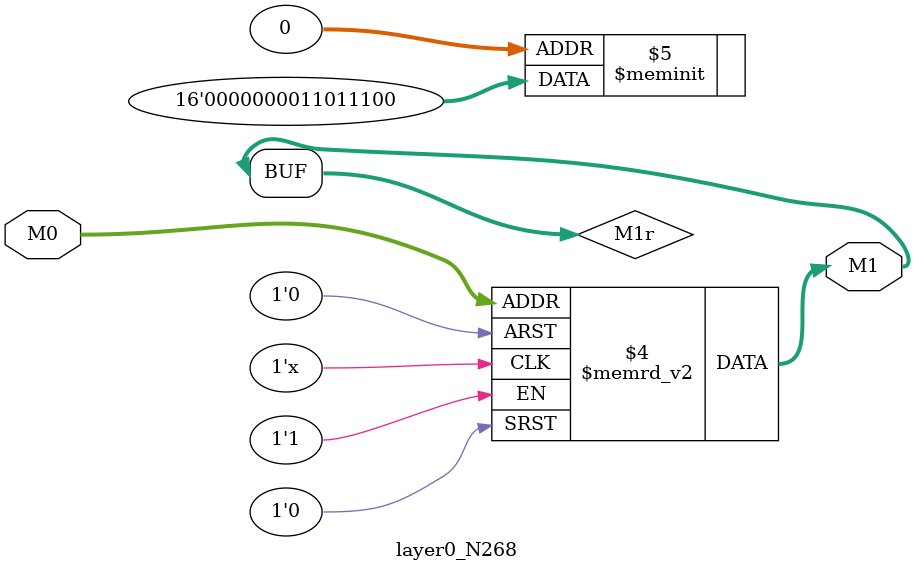
<source format=v>
module layer0_N268 ( input [2:0] M0, output [1:0] M1 );

	(*rom_style = "distributed" *) reg [1:0] M1r;
	assign M1 = M1r;
	always @ (M0) begin
		case (M0)
			3'b000: M1r = 2'b00;
			3'b100: M1r = 2'b00;
			3'b010: M1r = 2'b01;
			3'b110: M1r = 2'b00;
			3'b001: M1r = 2'b11;
			3'b101: M1r = 2'b00;
			3'b011: M1r = 2'b11;
			3'b111: M1r = 2'b00;

		endcase
	end
endmodule

</source>
